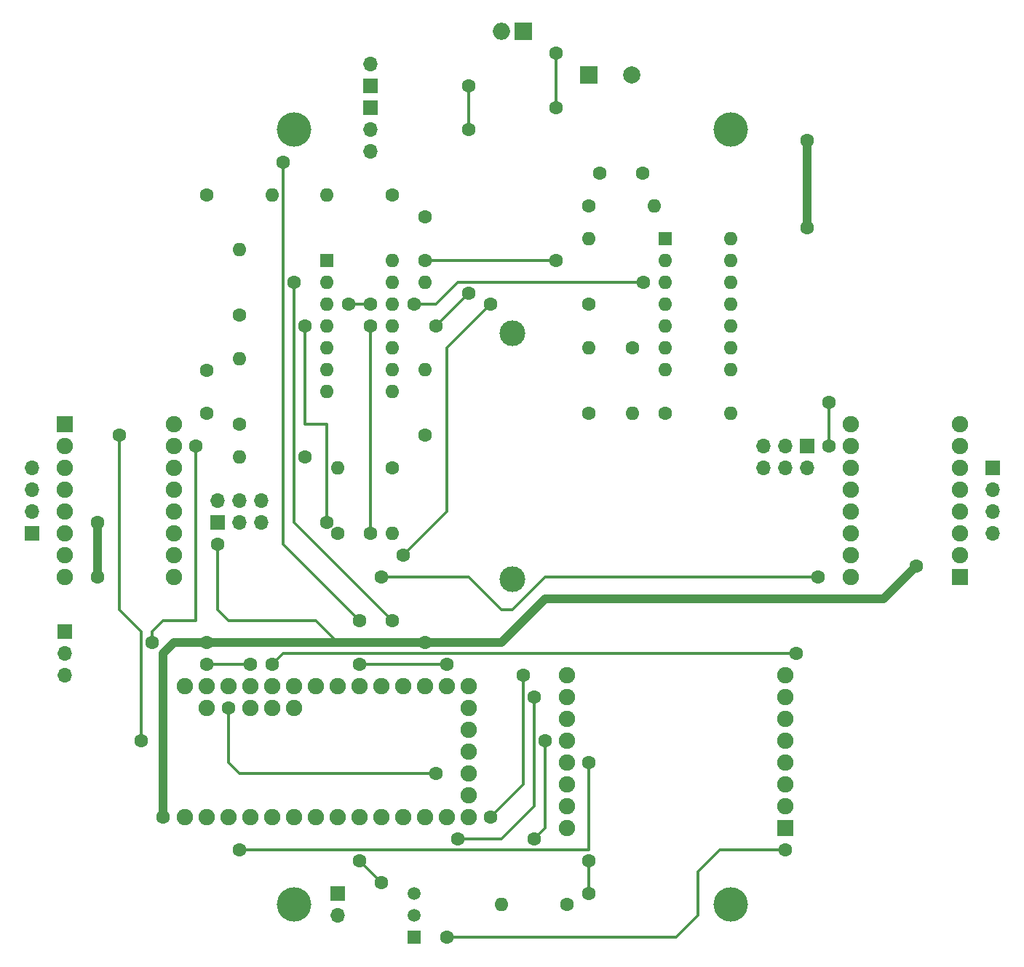
<source format=gbr>
G04 #@! TF.FileFunction,Copper,L1,Top,Signal*
%FSLAX46Y46*%
G04 Gerber Fmt 4.6, Leading zero omitted, Abs format (unit mm)*
G04 Created by KiCad (PCBNEW 4.0.2-stable) date 7/13/2017 2:54:12 PM*
%MOMM*%
G01*
G04 APERTURE LIST*
%ADD10C,0.100000*%
%ADD11C,4.000000*%
%ADD12C,3.000000*%
%ADD13C,1.600000*%
%ADD14R,2.000000X2.000000*%
%ADD15C,2.000000*%
%ADD16R,1.700000X1.700000*%
%ADD17O,1.700000X1.700000*%
%ADD18O,1.998980X1.998980*%
%ADD19R,1.998980X1.998980*%
%ADD20C,1.520000*%
%ADD21R,1.520000X1.520000*%
%ADD22O,1.600000X1.600000*%
%ADD23C,1.900000*%
%ADD24R,1.600000X1.600000*%
%ADD25R,1.900000X1.900000*%
%ADD26C,1.000000*%
%ADD27C,0.350000*%
G04 APERTURE END LIST*
D10*
D11*
X163830000Y-52070000D03*
X113030000Y-52070000D03*
X113030000Y-142240000D03*
D12*
X138430000Y-75750000D03*
X138430000Y-104400000D03*
D13*
X102870000Y-85090000D03*
X102870000Y-80090000D03*
X148590000Y-57150000D03*
X153590000Y-57150000D03*
D14*
X147320000Y-45720000D03*
D15*
X152320000Y-45720000D03*
D16*
X121920000Y-49530000D03*
D17*
X121920000Y-52070000D03*
X121920000Y-54610000D03*
D16*
X86360000Y-110490000D03*
D17*
X86360000Y-113030000D03*
X86360000Y-115570000D03*
D18*
X137160000Y-40640000D03*
D19*
X139700000Y-40640000D03*
D16*
X118110000Y-140970000D03*
D17*
X118110000Y-143510000D03*
D16*
X82550000Y-99060000D03*
D17*
X82550000Y-96520000D03*
X82550000Y-93980000D03*
X82550000Y-91440000D03*
D16*
X194310000Y-91440000D03*
D17*
X194310000Y-93980000D03*
X194310000Y-96520000D03*
X194310000Y-99060000D03*
D20*
X127000000Y-143510000D03*
X127000000Y-140970000D03*
D21*
X127000000Y-146050000D03*
D13*
X106680000Y-73660000D03*
D22*
X106680000Y-66040000D03*
D13*
X106680000Y-86360000D03*
D22*
X106680000Y-78740000D03*
D13*
X114300000Y-90170000D03*
D22*
X106680000Y-90170000D03*
D13*
X128270000Y-87630000D03*
D22*
X128270000Y-80010000D03*
D13*
X152400000Y-77470000D03*
D22*
X152400000Y-85090000D03*
D13*
X147320000Y-60960000D03*
D22*
X154940000Y-60960000D03*
D13*
X147320000Y-72390000D03*
D22*
X147320000Y-64770000D03*
D13*
X147320000Y-85090000D03*
D22*
X147320000Y-77470000D03*
D13*
X144780000Y-142240000D03*
D22*
X137160000Y-142240000D03*
D13*
X124460000Y-59690000D03*
D22*
X116840000Y-59690000D03*
D13*
X156210000Y-85090000D03*
D22*
X163830000Y-85090000D03*
D13*
X118110000Y-99060000D03*
D22*
X118110000Y-91440000D03*
D13*
X124460000Y-91440000D03*
D22*
X124460000Y-99060000D03*
D13*
X102870000Y-59690000D03*
D22*
X110490000Y-59690000D03*
D13*
X128270000Y-62230000D03*
D22*
X128270000Y-69850000D03*
D23*
X113030000Y-119380000D03*
X110490000Y-119380000D03*
X107950000Y-119380000D03*
X102870000Y-119380000D03*
X133350000Y-129540000D03*
X133350000Y-127000000D03*
X133350000Y-124460000D03*
X133350000Y-121920000D03*
X133350000Y-119380000D03*
X102870000Y-132080000D03*
X105410000Y-132080000D03*
X107950000Y-132080000D03*
X110490000Y-132080000D03*
X113030000Y-132080000D03*
X115570000Y-132080000D03*
X118110000Y-132080000D03*
X120650000Y-132080000D03*
X123190000Y-132080000D03*
X125730000Y-132080000D03*
X128270000Y-132080000D03*
X130810000Y-132080000D03*
X133350000Y-132080000D03*
X133350000Y-116840000D03*
X130810000Y-116840000D03*
X128270000Y-116840000D03*
X125730000Y-116840000D03*
X123190000Y-116840000D03*
X120650000Y-116840000D03*
X118110000Y-116840000D03*
X115570000Y-116840000D03*
X113030000Y-116840000D03*
X110490000Y-116840000D03*
X107950000Y-116840000D03*
X105410000Y-116840000D03*
X102870000Y-116840000D03*
X100330000Y-116840000D03*
X100330000Y-132080000D03*
D24*
X116840000Y-67310000D03*
D22*
X124460000Y-82550000D03*
X116840000Y-69850000D03*
X124460000Y-80010000D03*
X116840000Y-72390000D03*
X124460000Y-77470000D03*
X116840000Y-74930000D03*
X124460000Y-74930000D03*
X116840000Y-77470000D03*
X124460000Y-72390000D03*
X116840000Y-80010000D03*
X124460000Y-69850000D03*
X116840000Y-82550000D03*
X124460000Y-67310000D03*
D24*
X156210000Y-64770000D03*
D22*
X163830000Y-80010000D03*
X156210000Y-67310000D03*
X163830000Y-77470000D03*
X156210000Y-69850000D03*
X163830000Y-74930000D03*
X156210000Y-72390000D03*
X163830000Y-72390000D03*
X156210000Y-74930000D03*
X163830000Y-69850000D03*
X156210000Y-77470000D03*
X163830000Y-67310000D03*
X156210000Y-80010000D03*
X163830000Y-64770000D03*
D16*
X104140000Y-97790000D03*
D17*
X104140000Y-95250000D03*
X106680000Y-97790000D03*
X106680000Y-95250000D03*
X109220000Y-97790000D03*
X109220000Y-95250000D03*
D16*
X172720000Y-88900000D03*
D17*
X172720000Y-91440000D03*
X170180000Y-88900000D03*
X170180000Y-91440000D03*
X167640000Y-88900000D03*
X167640000Y-91440000D03*
D11*
X163830000Y-142240000D03*
D23*
X177800000Y-86360000D03*
X177800000Y-88900000D03*
X177800000Y-91440000D03*
X177800000Y-93980000D03*
X177800000Y-96520000D03*
X177800000Y-99060000D03*
X177800000Y-101600000D03*
X177800000Y-104140000D03*
D25*
X190500000Y-104140000D03*
D23*
X190500000Y-101600000D03*
X190500000Y-99060000D03*
X190500000Y-96520000D03*
X190500000Y-93980000D03*
X190500000Y-91440000D03*
X190500000Y-88900000D03*
X190500000Y-86360000D03*
X99060000Y-104140000D03*
X99060000Y-101600000D03*
X99060000Y-99060000D03*
X99060000Y-96520000D03*
X99060000Y-93980000D03*
X99060000Y-91440000D03*
X99060000Y-88900000D03*
X99060000Y-86360000D03*
D25*
X86360000Y-86360000D03*
D23*
X86360000Y-88900000D03*
X86360000Y-91440000D03*
X86360000Y-93980000D03*
X86360000Y-96520000D03*
X86360000Y-99060000D03*
X86360000Y-101600000D03*
X86360000Y-104140000D03*
X144780000Y-115570000D03*
X144780000Y-118110000D03*
X144780000Y-120650000D03*
X144780000Y-123190000D03*
X144780000Y-125730000D03*
X144780000Y-128270000D03*
X144780000Y-130810000D03*
X144780000Y-133350000D03*
D25*
X170180000Y-133350000D03*
D23*
X170180000Y-130810000D03*
X170180000Y-128270000D03*
X170180000Y-125730000D03*
X170180000Y-123190000D03*
X170180000Y-120650000D03*
X170180000Y-118110000D03*
X170180000Y-115570000D03*
D16*
X121920000Y-46990000D03*
D17*
X121920000Y-44450000D03*
D13*
X90170000Y-97790000D03*
X90170000Y-104140000D03*
X170180000Y-135890000D03*
X130810000Y-146050000D03*
X128270000Y-111760000D03*
X97790000Y-132080000D03*
X143510000Y-43180000D03*
X143510000Y-49530000D03*
X172720000Y-63500000D03*
X172720000Y-53340000D03*
X121920000Y-99060000D03*
X121920000Y-74930000D03*
X104140000Y-100330000D03*
X185420000Y-102870000D03*
X175260000Y-83820000D03*
X175260000Y-88900000D03*
X102870000Y-111760000D03*
X120650000Y-137160000D03*
X123190000Y-139700000D03*
X124460000Y-109220000D03*
X113030000Y-69850000D03*
X135890000Y-72390000D03*
X125730000Y-101600000D03*
X143510000Y-67310000D03*
X128270000Y-67310000D03*
X129540000Y-127000000D03*
X105410000Y-119380000D03*
X147320000Y-137160000D03*
X147320000Y-140970000D03*
X116840000Y-97790000D03*
X114300000Y-74930000D03*
X121920000Y-72390000D03*
X119380000Y-72390000D03*
X127000000Y-72390000D03*
X153670000Y-69850000D03*
X142240000Y-123190000D03*
X140970000Y-134620000D03*
X140970000Y-118110000D03*
X132080000Y-134620000D03*
X139700000Y-115570000D03*
X135890000Y-132080000D03*
X173990000Y-104140000D03*
X123190000Y-104140000D03*
X95250000Y-123190000D03*
X92710000Y-87630000D03*
X171450000Y-113030000D03*
X110490000Y-114300000D03*
X107950000Y-114300000D03*
X102870000Y-114300000D03*
X96520000Y-111760000D03*
X101600000Y-88900000D03*
X133350000Y-46990000D03*
X133350000Y-52070000D03*
X133350000Y-71120000D03*
X129540000Y-74930000D03*
X130810000Y-114300000D03*
X120650000Y-114300000D03*
X111760000Y-55880000D03*
X120650000Y-109220000D03*
X147320000Y-125730000D03*
X106680000Y-135890000D03*
D26*
X90170000Y-97790000D02*
X90170000Y-104140000D01*
D27*
X162560000Y-135890000D02*
X170180000Y-135890000D01*
X160020000Y-138430000D02*
X162560000Y-135890000D01*
X160020000Y-143510000D02*
X160020000Y-138430000D01*
X157480000Y-146050000D02*
X160020000Y-143510000D01*
X130810000Y-146050000D02*
X157480000Y-146050000D01*
D26*
X99060000Y-111760000D02*
X102870000Y-111760000D01*
X97790000Y-113030000D02*
X99060000Y-111760000D01*
X97790000Y-132080000D02*
X97790000Y-113030000D01*
D27*
X143510000Y-49530000D02*
X143510000Y-43180000D01*
D26*
X172720000Y-53340000D02*
X172720000Y-63500000D01*
D27*
X121920000Y-74930000D02*
X121920000Y-99060000D01*
D26*
X181610000Y-106680000D02*
X185420000Y-102870000D01*
X142240000Y-106680000D02*
X181610000Y-106680000D01*
X137160000Y-111760000D02*
X142240000Y-106680000D01*
X134620000Y-111760000D02*
X137160000Y-111760000D01*
X128270000Y-111760000D02*
X134620000Y-111760000D01*
D27*
X175260000Y-88900000D02*
X175260000Y-83820000D01*
X115570000Y-109220000D02*
X118110000Y-111760000D01*
X105410000Y-109220000D02*
X115570000Y-109220000D01*
X104140000Y-107950000D02*
X105410000Y-109220000D01*
X104140000Y-100330000D02*
X104140000Y-107950000D01*
D26*
X102870000Y-111760000D02*
X118110000Y-111760000D01*
X118110000Y-111760000D02*
X128270000Y-111760000D01*
D27*
X123190000Y-139700000D02*
X120650000Y-137160000D01*
X113030000Y-97790000D02*
X124460000Y-109220000D01*
X113030000Y-74930000D02*
X113030000Y-97790000D01*
X113030000Y-69850000D02*
X113030000Y-74930000D01*
X130810000Y-77470000D02*
X135890000Y-72390000D01*
X130810000Y-96520000D02*
X130810000Y-77470000D01*
X125730000Y-101600000D02*
X130810000Y-96520000D01*
X128270000Y-67310000D02*
X143510000Y-67310000D01*
X106680000Y-127000000D02*
X129540000Y-127000000D01*
X105410000Y-125730000D02*
X106680000Y-127000000D01*
X105410000Y-119380000D02*
X105410000Y-125730000D01*
X147320000Y-140970000D02*
X147320000Y-137160000D01*
X116840000Y-86360000D02*
X116840000Y-97790000D01*
X114300000Y-86360000D02*
X116840000Y-86360000D01*
X114300000Y-74930000D02*
X114300000Y-86360000D01*
X119380000Y-72390000D02*
X121920000Y-72390000D01*
X129540000Y-72390000D02*
X127000000Y-72390000D01*
X132080000Y-69850000D02*
X129540000Y-72390000D01*
X153670000Y-69850000D02*
X132080000Y-69850000D01*
X142240000Y-133350000D02*
X142240000Y-123190000D01*
X140970000Y-134620000D02*
X142240000Y-133350000D01*
X140970000Y-130810000D02*
X140970000Y-118110000D01*
X137160000Y-134620000D02*
X140970000Y-130810000D01*
X132080000Y-134620000D02*
X137160000Y-134620000D01*
X139700000Y-128270000D02*
X139700000Y-115570000D01*
X135890000Y-132080000D02*
X139700000Y-128270000D01*
X142240000Y-104140000D02*
X173990000Y-104140000D01*
X138430000Y-107950000D02*
X142240000Y-104140000D01*
X137160000Y-107950000D02*
X138430000Y-107950000D01*
X133350000Y-104140000D02*
X137160000Y-107950000D01*
X123190000Y-104140000D02*
X133350000Y-104140000D01*
X95250000Y-110490000D02*
X95250000Y-123190000D01*
X92710000Y-107950000D02*
X95250000Y-110490000D01*
X92710000Y-87630000D02*
X92710000Y-107950000D01*
X111760000Y-113030000D02*
X171450000Y-113030000D01*
X110490000Y-114300000D02*
X111760000Y-113030000D01*
X102870000Y-114300000D02*
X107950000Y-114300000D01*
X96520000Y-110490000D02*
X96520000Y-111760000D01*
X97790000Y-109220000D02*
X96520000Y-110490000D01*
X101600000Y-109220000D02*
X97790000Y-109220000D01*
X101600000Y-88900000D02*
X101600000Y-109220000D01*
X133350000Y-52070000D02*
X133350000Y-46990000D01*
X129540000Y-74930000D02*
X133350000Y-71120000D01*
X120650000Y-114300000D02*
X130810000Y-114300000D01*
X111760000Y-100330000D02*
X111760000Y-55880000D01*
X120650000Y-109220000D02*
X111760000Y-100330000D01*
X147320000Y-135890000D02*
X147320000Y-125730000D01*
X106680000Y-135890000D02*
X147320000Y-135890000D01*
M02*

</source>
